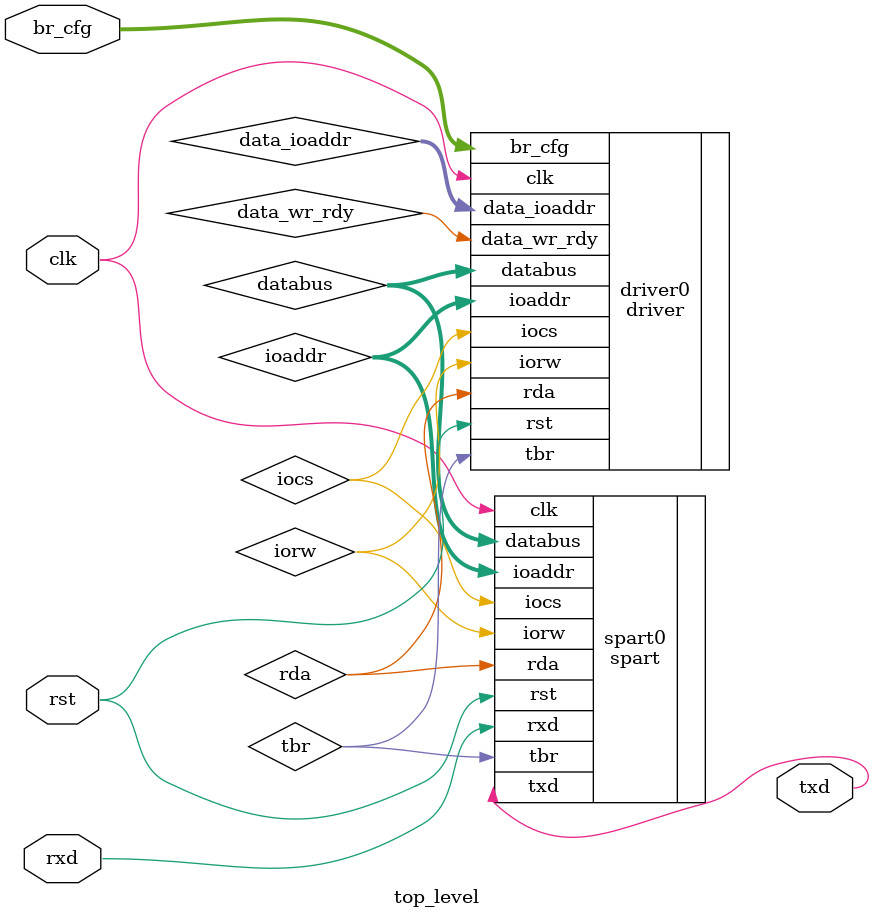
<source format=v>
`timescale 1ns / 1ps
module top_level(
    input clk,         // 100mhz clock
    input rst,         // Asynchronous reset, tied to dip switch 0
    output txd,        // RS232 Transmit Data
    input rxd,         // RS232 Receive Data
    input [1:0] br_cfg // Baud Rate Configuration, Tied to dip switches 2 and 3
    );
	
	wire iocs;
	wire iorw;
	wire rda;
	wire tbr;
	wire [1:0] ioaddr;
	wire [7:0] databus;
	
	wire [31:0] data_ioaddr;
	wire data_wr_rdy;
	
	// Instantiate your SPART here
	spart spart0(	.clk(clk),
					.rst(rst),
					.iocs(iocs),
					.iorw(iorw),
					.rda(rda),
					.tbr(tbr),
					.ioaddr(ioaddr),
					.databus(databus),
					.txd(txd),
					.rxd(rxd)
					);

	// Instantiate your driver here
	driver driver0( .clk(clk),
	                .rst(rst),
					.br_cfg(br_cfg),
					.iocs(iocs),
					.iorw(iorw),
					.rda(rda),
					.tbr(tbr),
					.ioaddr(ioaddr),
					.databus(databus),
					.data_ioaddr(data_ioaddr),
					.data_wr_rdy(data_wr_rdy)
					 );
					 
endmodule

</source>
